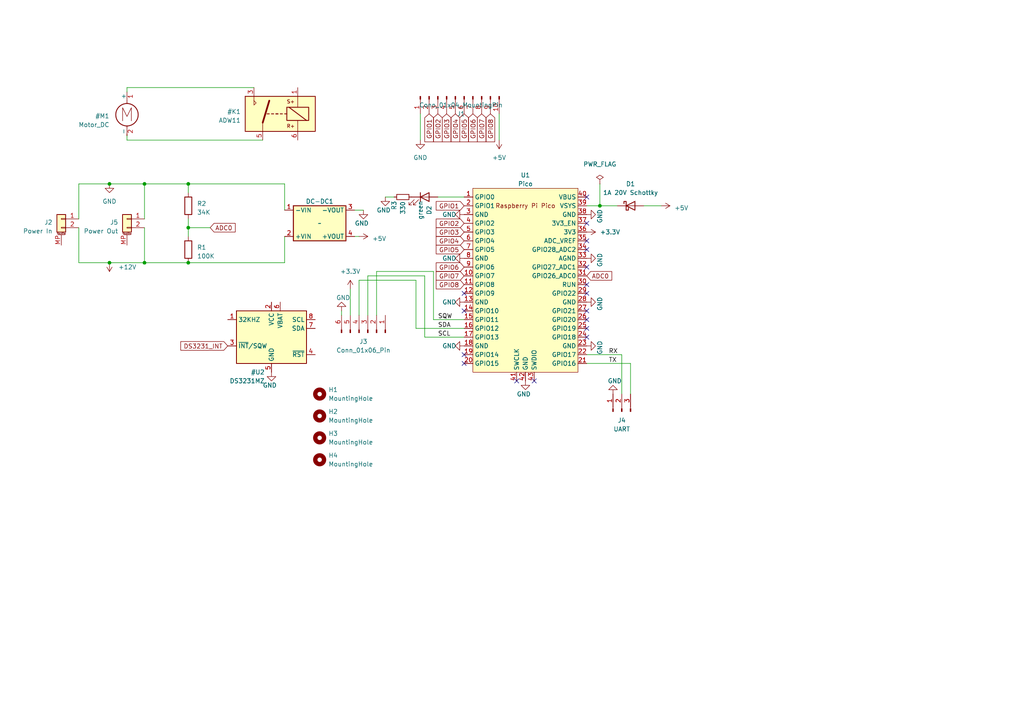
<source format=kicad_sch>
(kicad_sch (version 20230121) (generator eeschema)
  (paper "A4")
  (lib_symbols
    (symbol "Connector:Conn_01x03_Pin" (pin_names (offset 1.016) hide)
      (property "Reference" "J" (at 0 5.08 0))
      (property "Value" "Conn_01x03_Pin" (at 0 -5.08 0))
      (symbol "Conn_01x03_Pin_1_1"
        (polyline (pts (xy 1.27 -2.54) (xy 0.8636 -2.54)) (stroke (width 0.1524)))
        (polyline (pts (xy 1.27 0) (xy 0.8636 0)) (stroke (width 0.1524)))
        (polyline (pts (xy 1.27 2.54) (xy 0.8636 2.54)) (stroke (width 0.1524)))
        (rectangle (start 0.8636 -2.413) (end 0 -2.667) (stroke (width 0.1524)) (fill (type outline)))
        (rectangle (start 0.8636 0.127) (end 0 -0.127) (stroke (width 0.1524)) (fill (type outline)))
        (rectangle (start 0.8636 2.667) (end 0 2.413) (stroke (width 0.1524)) (fill (type outline)))
        (pin passive line (at 5.08 2.54 180) (length 3.81) (name "Pin_1") (number "1"))
        (pin passive line (at 5.08 0 180) (length 3.81) (name "Pin_2") (number "2"))
        (pin passive line (at 5.08 -2.54 180) (length 3.81) (name "Pin_3") (number "3"))
      )
    )
    (symbol "Connector:Conn_01x06_Pin" (pin_names (offset 1.016) hide)
      (property "Reference" "J" (at 0 7.62 0))
      (property "Value" "Conn_01x06_Pin" (at 0 -10.16 0))
      (symbol "Conn_01x06_Pin_1_1"
        (polyline (pts (xy 1.27 -7.62) (xy 0.8636 -7.62)) (stroke (width 0.1524)))
        (polyline (pts (xy 1.27 -5.08) (xy 0.8636 -5.08)) (stroke (width 0.1524)))
        (polyline (pts (xy 1.27 -2.54) (xy 0.8636 -2.54)) (stroke (width 0.1524)))
        (polyline (pts (xy 1.27 0) (xy 0.8636 0)) (stroke (width 0.1524)))
        (polyline (pts (xy 1.27 2.54) (xy 0.8636 2.54)) (stroke (width 0.1524)))
        (polyline (pts (xy 1.27 5.08) (xy 0.8636 5.08)) (stroke (width 0.1524)))
        (rectangle (start 0.8636 -7.493) (end 0 -7.747) (stroke (width 0.1524)) (fill (type outline)))
        (rectangle (start 0.8636 -4.953) (end 0 -5.207) (stroke (width 0.1524)) (fill (type outline)))
        (rectangle (start 0.8636 -2.413) (end 0 -2.667) (stroke (width 0.1524)) (fill (type outline)))
        (rectangle (start 0.8636 0.127) (end 0 -0.127) (stroke (width 0.1524)) (fill (type outline)))
        (rectangle (start 0.8636 2.667) (end 0 2.413) (stroke (width 0.1524)) (fill (type outline)))
        (rectangle (start 0.8636 5.207) (end 0 4.953) (stroke (width 0.1524)) (fill (type outline)))
        (pin passive line (at 5.08 5.08 180) (length 3.81) (name "Pin_1") (number "1") (alternate "" input line))
        (pin passive line (at 5.08 2.54 180) (length 3.81) (name "Pin_2") (number "2") (alternate "" input line))
        (pin passive line (at 5.08 0 180) (length 3.81) (name "Pin_3") (number "3") (alternate "" input line))
        (pin passive line (at 5.08 -2.54 180) (length 3.81) (name "Pin_4") (number "4") (alternate "" input line))
        (pin passive line (at 5.08 -5.08 180) (length 3.81) (name "Pin_5") (number "5") (alternate "" input line))
        (pin passive line (at 5.08 -7.62 180) (length 3.81) (name "Pin_6") (number "6") (alternate "" input line))
      )
    )
    (symbol "Connector:Conn_01x10_Pin" (pin_names (offset 1.016) hide)
      (property "Reference" "J" (at 0 12.7 0))
      (property "Value" "Conn_01x10_Pin" (at 0 -15.24 0))
      (symbol "Conn_01x10_Pin_1_1"
        (polyline (pts (xy 1.27 -12.7) (xy 0.8636 -12.7)) (stroke (width 0.1524)))
        (polyline (pts (xy 1.27 -10.16) (xy 0.8636 -10.16)) (stroke (width 0.1524)))
        (polyline (pts (xy 1.27 -7.62) (xy 0.8636 -7.62)) (stroke (width 0.1524)))
        (polyline (pts (xy 1.27 -5.08) (xy 0.8636 -5.08)) (stroke (width 0.1524)))
        (polyline (pts (xy 1.27 -2.54) (xy 0.8636 -2.54)) (stroke (width 0.1524)))
        (polyline (pts (xy 1.27 0) (xy 0.8636 0)) (stroke (width 0.1524)))
        (polyline (pts (xy 1.27 2.54) (xy 0.8636 2.54)) (stroke (width 0.1524)))
        (polyline (pts (xy 1.27 5.08) (xy 0.8636 5.08)) (stroke (width 0.1524)))
        (polyline (pts (xy 1.27 7.62) (xy 0.8636 7.62)) (stroke (width 0.1524)))
        (polyline (pts (xy 1.27 10.16) (xy 0.8636 10.16)) (stroke (width 0.1524)))
        (rectangle (start 0.8636 -12.573) (end 0 -12.827) (stroke (width 0.1524)) (fill (type outline)))
        (rectangle (start 0.8636 -10.033) (end 0 -10.287) (stroke (width 0.1524)) (fill (type outline)))
        (rectangle (start 0.8636 -7.493) (end 0 -7.747) (stroke (width 0.1524)) (fill (type outline)))
        (rectangle (start 0.8636 -4.953) (end 0 -5.207) (stroke (width 0.1524)) (fill (type outline)))
        (rectangle (start 0.8636 -2.413) (end 0 -2.667) (stroke (width 0.1524)) (fill (type outline)))
        (rectangle (start 0.8636 0.127) (end 0 -0.127) (stroke (width 0.1524)) (fill (type outline)))
        (rectangle (start 0.8636 2.667) (end 0 2.413) (stroke (width 0.1524)) (fill (type outline)))
        (rectangle (start 0.8636 5.207) (end 0 4.953) (stroke (width 0.1524)) (fill (type outline)))
        (rectangle (start 0.8636 7.747) (end 0 7.493) (stroke (width 0.1524)) (fill (type outline)))
        (rectangle (start 0.8636 10.287) (end 0 10.033) (stroke (width 0.1524)) (fill (type outline)))
        (pin passive line (at 5.08 10.16 180) (length 3.81) (name "Pin_1") (number "1"))
        (pin passive line (at 5.08 -12.7 180) (length 3.81) (name "Pin_10") (number "10"))
        (pin passive line (at 5.08 7.62 180) (length 3.81) (name "Pin_2") (number "2"))
        (pin passive line (at 5.08 5.08 180) (length 3.81) (name "Pin_3") (number "3"))
        (pin passive line (at 5.08 2.54 180) (length 3.81) (name "Pin_4") (number "4"))
        (pin passive line (at 5.08 0 180) (length 3.81) (name "Pin_5") (number "5"))
        (pin passive line (at 5.08 -2.54 180) (length 3.81) (name "Pin_6") (number "6"))
        (pin passive line (at 5.08 -5.08 180) (length 3.81) (name "Pin_7") (number "7"))
        (pin passive line (at 5.08 -7.62 180) (length 3.81) (name "Pin_8") (number "8"))
        (pin passive line (at 5.08 -10.16 180) (length 3.81) (name "Pin_9") (number "9"))
      )
    )
    (symbol "Connector_Generic_MountingPin:Conn_01x02_MountingPin" (pin_names (offset 1.016) hide)
      (property "Reference" "J" (at 0 2.54 0))
      (property "Value" "Conn_01x02_MountingPin" (at 1.27 -5.08 0))
      (symbol "Conn_01x02_MountingPin_1_1"
        (rectangle (start -1.27 -2.413) (end 0 -2.667) (stroke (width 0.1524)))
        (rectangle (start -1.27 0.127) (end 0 -0.127) (stroke (width 0.1524)))
        (rectangle (start -1.27 1.27) (end 1.27 -3.81) (stroke (width 0.254)) (fill (type background)))
        (polyline (pts (xy -1.016 -4.572) (xy 1.016 -4.572)) (stroke (width 0.1524)))
        (text "Mounting" (at 0 -4.191 0) (effects (font (size 0.381 0.381))))
        (pin passive line (at -5.08 0 0) (length 3.81) (name "Pin_1") (number "1"))
        (pin passive line (at -5.08 -2.54 0) (length 3.81) (name "Pin_2") (number "2"))
        (pin passive line (at 0 -7.62 90) (length 3.048) (name "MountPin") (number "MP"))
      )
    )
    (symbol "Device:D_Schottky" (pin_numbers hide) (pin_names (offset 1.016) hide)
      (property "Reference" "D" (at 0 2.54 0))
      (property "Value" "D_Schottky" (at 0 -2.54 0))
      (symbol "D_Schottky_0_1"
        (polyline (pts (xy 1.27 0) (xy -1.27 0)))
        (polyline (pts (xy 1.27 1.27) (xy 1.27 -1.27) (xy -1.27 0) (xy 1.27 1.27)) (stroke (width 0.254)))
        (polyline (pts (xy -1.905 0.635) (xy -1.905 1.27) (xy -1.27 1.27) (xy -1.27 -1.27) (xy -0.635 -1.27) (xy -0.635 -0.635)) (stroke (width 0.254)))
      )
      (symbol "D_Schottky_1_1"
        (pin passive line (at -3.81 0 0) (length 2.54) (name "K") (number "1"))
        (pin passive line (at 3.81 0 180) (length 2.54) (name "A") (number "2"))
      )
    )
    (symbol "Device:LED" (pin_numbers hide) (pin_names (offset 1.016) hide)
      (property "Reference" "D" (at 0 2.54 0))
      (property "Value" "LED" (at 0 -2.54 0))
      (symbol "LED_0_1"
        (polyline (pts (xy -1.27 -1.27) (xy -1.27 1.27)) (stroke (width 0.254)))
        (polyline (pts (xy -1.27 0) (xy 1.27 0)))
        (polyline (pts (xy 1.27 -1.27) (xy 1.27 1.27) (xy -1.27 0) (xy 1.27 -1.27)) (stroke (width 0.254)))
        (polyline (pts (xy -3.048 -0.762) (xy -4.572 -2.286) (xy -3.81 -2.286) (xy -4.572 -2.286) (xy -4.572 -1.524)))
        (polyline (pts (xy -1.778 -0.762) (xy -3.302 -2.286) (xy -2.54 -2.286) (xy -3.302 -2.286) (xy -3.302 -1.524)))
      )
      (symbol "LED_1_1"
        (pin passive line (at -3.81 0 0) (length 2.54) (name "K") (number "1"))
        (pin passive line (at 3.81 0 180) (length 2.54) (name "A") (number "2"))
      )
    )
    (symbol "Device:R" (pin_numbers hide) (pin_names (offset 0))
      (property "Reference" "R" (at 2.032 0 90))
      (property "Value" "R" (at 0 0 90))
      (symbol "R_0_1"
        (rectangle (start -1.016 -2.54) (end 1.016 2.54) (stroke (width 0.254)))
      )
      (symbol "R_1_1"
        (pin passive line (at 0 3.81 270) (length 1.27) (name "~") (number "1"))
        (pin passive line (at 0 -3.81 90) (length 1.27) (name "~") (number "2"))
      )
    )
    (symbol "Device:R_Small" (pin_numbers hide) (pin_names (offset 0.254) hide)
      (property "Reference" "R" (at 0.762 0.508 0))
      (property "Value" "R_Small" (at 0.762 -1.016 0))
      (symbol "R_Small_0_1"
        (rectangle (start -0.762 1.778) (end 0.762 -1.778) (stroke (width 0.2032)))
      )
      (symbol "R_Small_1_1"
        (pin passive line (at 0 2.54 270) (length 0.762) (name "~") (number "1"))
        (pin passive line (at 0 -2.54 90) (length 0.762) (name "~") (number "2"))
      )
    )
    (symbol "Lunasys_Library:DC-DC_converter_MP1584EN_module"
      (property "Reference" "DC-DC" (at 0 0 0))
      (symbol "DC-DC_converter_MP1584EN_module_1_1"
        (rectangle (start -7.62 5.08) (end 7.62 -5.08) (stroke (width 0.3)) (fill (type background)))
        (pin input line (at -10.16 3.81 0) (length 2.54) (name "-VIN") (number "1"))
        (pin input line (at -10.16 -3.81 0) (length 2.54) (name "+VIN") (number "2"))
        (pin output line (at 10.16 3.81 180) (length 2.54) (name "-VOUT") (number "3"))
        (pin output line (at 10.16 -3.81 180) (length 2.54) (name "+VOUT") (number "4"))
      )
    )
    (symbol "Mechanical:MountingHole" (pin_names (offset 1.016))
      (property "Reference" "H" (at 0 5.08 0))
      (property "Value" "MountingHole" (at 0 3.175 0))
      (symbol "MountingHole_0_1"
        (circle (center 0 0) (radius 1.27) (stroke (width 1.27)))
      )
    )
    (symbol "Motor:Motor_DC" (pin_names (offset 0))
      (property "Reference" "M" (at 2.54 2.54 0))
      (property "Value" "Motor_DC" (at 2.54 -5.08 0))
      (symbol "Motor_DC_0_0"
        (polyline (pts (xy -1.27 -3.302) (xy -1.27 0.508) (xy 0 -2.032) (xy 1.27 0.508) (xy 1.27 -3.302)))
      )
      (symbol "Motor_DC_0_1"
        (circle (center 0 -1.524) (radius 3.2512) (stroke (width 0.254)))
        (polyline (pts (xy 0 -7.62) (xy 0 -7.112)))
        (polyline (pts (xy 0 -4.7752) (xy 0 -5.1816)))
        (polyline (pts (xy 0 1.7272) (xy 0 2.0828)))
        (polyline (pts (xy 0 2.032) (xy 0 2.54)))
      )
      (symbol "Motor_DC_1_1"
        (pin passive line (at 0 5.08 270) (length 2.54) (name "+") (number "1"))
        (pin passive line (at 0 -7.62 90) (length 2.54) (name "-") (number "2"))
      )
    )
    (symbol "Relay:ADW11"
      (property "Reference" "K" (at 11.43 3.81 0))
      (property "Value" "ADW11" (at 13.97 1.27 0))
      (symbol "ADW11_1_1"
        (rectangle (start -10.16 5.08) (end 10.16 -5.08) (stroke (width 0.254)) (fill (type background)))
        (rectangle (start -8.255 1.905) (end -1.905 -1.905) (stroke (width 0.254)))
        (polyline (pts (xy -7.62 -1.905) (xy -2.54 1.905)) (stroke (width 0.254)))
        (polyline (pts (xy -5.08 -5.08) (xy -5.08 -1.905)))
        (polyline (pts (xy -5.08 5.08) (xy -5.08 1.905)))
        (polyline (pts (xy -1.905 0) (xy -1.27 0)) (stroke (width 0.254)))
        (polyline (pts (xy -0.635 0) (xy 0 0)) (stroke (width 0.254)))
        (polyline (pts (xy 0.635 0) (xy 1.27 0)) (stroke (width 0.254)))
        (polyline (pts (xy 0.635 0) (xy 1.27 0)) (stroke (width 0.254)))
        (polyline (pts (xy 1.905 0) (xy 2.54 0)) (stroke (width 0.254)))
        (polyline (pts (xy 3.175 0) (xy 3.81 0)) (stroke (width 0.254)))
        (polyline (pts (xy 5.08 -2.54) (xy 3.175 3.81)) (stroke (width 0.508)))
        (polyline (pts (xy 5.08 -2.54) (xy 5.08 -5.08)))
        (polyline (pts (xy 7.62 3.81) (xy 7.62 5.08)))
        (polyline (pts (xy 7.62 3.81) (xy 7.62 2.54) (xy 6.985 3.175) (xy 7.62 3.81)))
        (text "R+" (at -3.048 -3.556 0) (effects (font (size 1.016 1.016))))
        (text "S+" (at -3.048 3.556 0) (effects (font (size 1.016 1.016))))
        (pin passive line (at -5.08 7.62 270) (length 2.54) (name "~") (number "1"))
        (pin passive line (at 7.62 7.62 270) (length 2.54) (name "~") (number "3"))
        (pin passive line (at 5.08 -7.62 90) (length 2.54) (name "~") (number "5"))
        (pin passive line (at -5.08 -7.62 90) (length 2.54) (name "~") (number "6"))
      )
    )
    (symbol "Timer_RTC:DS3231MZ"
      (property "Reference" "U" (at -7.62 8.89 0))
      (property "Value" "DS3231MZ" (at 11.43 8.89 0))
      (symbol "DS3231MZ_0_1"
        (rectangle (start -10.16 7.62) (end 10.16 -7.62) (stroke (width 0.254)) (fill (type background)))
      )
      (symbol "DS3231MZ_1_1"
        (pin open_collector line (at 12.7 5.08 180) (length 2.54) (name "32KHZ") (number "1"))
        (pin power_in line (at 0 10.16 270) (length 2.54) (name "VCC") (number "2"))
        (pin open_collector line (at 12.7 -2.54 180) (length 2.54) (name "~{INT}/SQW") (number "3"))
        (pin bidirectional line (at -12.7 -5.08 0) (length 2.54) (name "~{RST}") (number "4"))
        (pin power_in line (at 0 -10.16 90) (length 2.54) (name "GND") (number "5"))
        (pin power_in line (at -2.54 10.16 270) (length 2.54) (name "VBAT") (number "6"))
        (pin bidirectional line (at -12.7 2.54 0) (length 2.54) (name "SDA") (number "7"))
        (pin input line (at -12.7 5.08 0) (length 2.54) (name "SCL") (number "8"))
      )
    )
    (symbol "picogus_library:Pico"
      (property "Reference" "U" (at -13.97 27.94 0))
      (property "Value" "Pico" (at 0 19.05 0))
      (symbol "Pico_0_0"
        (text "Raspberry Pi Pico" (at 0 21.59 0) (effects (font (size 1.27 1.27))))
      )
      (symbol "Pico_0_1"
        (rectangle (start -15.24 26.67) (end 15.24 -26.67) (fill (type background)))
      )
      (symbol "Pico_1_1"
        (pin bidirectional line (at -17.78 24.13 0) (length 2.54) (name "GPIO0") (number "1"))
        (pin bidirectional line (at -17.78 1.27 0) (length 2.54) (name "GPIO7") (number "10"))
        (pin bidirectional line (at -17.78 -1.27 0) (length 2.54) (name "GPIO8") (number "11"))
        (pin bidirectional line (at -17.78 -3.81 0) (length 2.54) (name "GPIO9") (number "12"))
        (pin power_in line (at -17.78 -6.35 0) (length 2.54) (name "GND") (number "13"))
        (pin bidirectional line (at -17.78 -8.89 0) (length 2.54) (name "GPIO10") (number "14"))
        (pin bidirectional line (at -17.78 -11.43 0) (length 2.54) (name "GPIO11") (number "15"))
        (pin bidirectional line (at -17.78 -13.97 0) (length 2.54) (name "GPIO12") (number "16"))
        (pin bidirectional line (at -17.78 -16.51 0) (length 2.54) (name "GPIO13") (number "17"))
        (pin power_in line (at -17.78 -19.05 0) (length 2.54) (name "GND") (number "18"))
        (pin bidirectional line (at -17.78 -21.59 0) (length 2.54) (name "GPIO14") (number "19"))
        (pin bidirectional line (at -17.78 21.59 0) (length 2.54) (name "GPIO1") (number "2"))
        (pin bidirectional line (at -17.78 -24.13 0) (length 2.54) (name "GPIO15") (number "20"))
        (pin bidirectional line (at 17.78 -24.13 180) (length 2.54) (name "GPIO16") (number "21"))
        (pin bidirectional line (at 17.78 -21.59 180) (length 2.54) (name "GPIO17") (number "22"))
        (pin power_in line (at 17.78 -19.05 180) (length 2.54) (name "GND") (number "23"))
        (pin bidirectional line (at 17.78 -16.51 180) (length 2.54) (name "GPIO18") (number "24"))
        (pin bidirectional line (at 17.78 -13.97 180) (length 2.54) (name "GPIO19") (number "25"))
        (pin bidirectional line (at 17.78 -11.43 180) (length 2.54) (name "GPIO20") (number "26"))
        (pin bidirectional line (at 17.78 -8.89 180) (length 2.54) (name "GPIO21") (number "27"))
        (pin power_in line (at 17.78 -6.35 180) (length 2.54) (name "GND") (number "28"))
        (pin bidirectional line (at 17.78 -3.81 180) (length 2.54) (name "GPIO22") (number "29"))
        (pin power_in line (at -17.78 19.05 0) (length 2.54) (name "GND") (number "3"))
        (pin input line (at 17.78 -1.27 180) (length 2.54) (name "RUN") (number "30"))
        (pin bidirectional line (at 17.78 1.27 180) (length 2.54) (name "GPIO26_ADC0") (number "31"))
        (pin bidirectional line (at 17.78 3.81 180) (length 2.54) (name "GPIO27_ADC1") (number "32"))
        (pin power_in line (at 17.78 6.35 180) (length 2.54) (name "AGND") (number "33"))
        (pin bidirectional line (at 17.78 8.89 180) (length 2.54) (name "GPIO28_ADC2") (number "34"))
        (pin power_in line (at 17.78 11.43 180) (length 2.54) (name "ADC_VREF") (number "35"))
        (pin power_in line (at 17.78 13.97 180) (length 2.54) (name "3V3") (number "36"))
        (pin input line (at 17.78 16.51 180) (length 2.54) (name "3V3_EN") (number "37"))
        (pin bidirectional line (at 17.78 19.05 180) (length 2.54) (name "GND") (number "38"))
        (pin power_in line (at 17.78 21.59 180) (length 2.54) (name "VSYS") (number "39"))
        (pin bidirectional line (at -17.78 16.51 0) (length 2.54) (name "GPIO2") (number "4"))
        (pin power_in line (at 17.78 24.13 180) (length 2.54) (name "VBUS") (number "40"))
        (pin input line (at -2.54 -29.21 90) (length 2.54) (name "SWCLK") (number "41"))
        (pin power_in line (at 0 -29.21 90) (length 2.54) (name "GND") (number "42"))
        (pin bidirectional line (at 2.54 -29.21 90) (length 2.54) (name "SWDIO") (number "43"))
        (pin bidirectional line (at -17.78 13.97 0) (length 2.54) (name "GPIO3") (number "5"))
        (pin bidirectional line (at -17.78 11.43 0) (length 2.54) (name "GPIO4") (number "6"))
        (pin bidirectional line (at -17.78 8.89 0) (length 2.54) (name "GPIO5") (number "7"))
        (pin power_in line (at -17.78 6.35 0) (length 2.54) (name "GND") (number "8"))
        (pin bidirectional line (at -17.78 3.81 0) (length 2.54) (name "GPIO6") (number "9"))
      )
    )
    (symbol "power:+12V" (power) (pin_names (offset 0))
      (property "Value" "+12V" (at 0 3.556 0))
      (symbol "+12V_0_1"
        (polyline (pts (xy -0.762 1.27) (xy 0 2.54)))
        (polyline (pts (xy 0 0) (xy 0 2.54)))
        (polyline (pts (xy 0 2.54) (xy 0.762 1.27)))
      )
      (symbol "+12V_1_1"
        (pin power_in line (at 0 0 90) (length 0) hide (name "+12V") (number "1"))
      )
    )
    (symbol "power:+3.3V" (power) (pin_names (offset 0))
      (property "Value" "+3.3V" (at 0 3.556 0))
      (symbol "+3.3V_0_1"
        (polyline (pts (xy -0.762 1.27) (xy 0 2.54)))
        (polyline (pts (xy 0 0) (xy 0 2.54)))
        (polyline (pts (xy 0 2.54) (xy 0.762 1.27)))
      )
      (symbol "+3.3V_1_1"
        (pin power_in line (at 0 0 90) (length 0) hide (name "+3.3V") (number "1"))
      )
    )
    (symbol "power:+5V" (power) (pin_names (offset 0))
      (property "Value" "+5V" (at 0 3.556 0))
      (symbol "+5V_0_1"
        (polyline (pts (xy -0.762 1.27) (xy 0 2.54)))
        (polyline (pts (xy 0 0) (xy 0 2.54)))
        (polyline (pts (xy 0 2.54) (xy 0.762 1.27)))
      )
      (symbol "+5V_1_1"
        (pin power_in line (at 0 0 90) (length 0) hide (name "+5V") (number "1"))
      )
    )
    (symbol "power:GND" (power) (pin_names (offset 0))
      (property "Value" "GND" (at 0 -3.81 0))
      (symbol "GND_0_1"
        (polyline (pts (xy 0 0) (xy 0 -1.27) (xy 1.27 -1.27) (xy 0 -2.54) (xy -1.27 -1.27) (xy 0 -1.27)))
      )
      (symbol "GND_1_1"
        (pin power_in line (at 0 0 270) (length 0) hide (name "GND") (number "1"))
      )
    )
    (symbol "power:PWR_FLAG" (power) (pin_numbers hide) (pin_names (offset 0) hide)
      (property "Value" "PWR_FLAG" (at 0 3.81 0))
      (symbol "PWR_FLAG_0_0"
        (pin power_out line (at 0 0 90) (length 0) (name "pwr") (number "1"))
      )
      (symbol "PWR_FLAG_0_1"
        (polyline (pts (xy 0 0) (xy 0 1.27) (xy -1.016 1.905) (xy 0 2.54) (xy 1.016 1.905) (xy 0 1.27)))
      )
    )
  )
  (junction (at 31.75 76.2))
  (junction (at 41.91 53.34))
  (junction (at 173.99 59.69))
  (junction (at 54.61 66.04))
  (junction (at 31.75 53.34))
  (junction (at 41.91 76.2))
  (junction (at 54.61 53.34))
  (junction (at 54.61 76.2))
  (no_connect (at 170.18 77.47))
  (no_connect (at 170.18 69.85))
  (no_connect (at 170.18 90.17))
  (no_connect (at 170.18 82.55))
  (no_connect (at 134.62 105.41))
  (no_connect (at 170.18 97.79))
  (no_connect (at 170.18 85.09))
  (no_connect (at 170.18 92.71))
  (no_connect (at 134.62 90.17))
  (no_connect (at 170.18 64.77))
  (no_connect (at 170.18 95.25))
  (no_connect (at 134.62 85.09))
  (no_connect (at 149.86 110.49))
  (no_connect (at 134.62 102.87))
  (no_connect (at 170.18 72.39))
  (no_connect (at 170.18 57.15))
  (no_connect (at 154.94 110.49))
  (wire (pts (xy 31.75 53.34) (xy 41.91 53.34)))
  (wire (pts (xy 120.65 81.28) (xy 120.65 95.25)))
  (wire (pts (xy 109.22 78.74) (xy 125.73 78.74)))
  (wire (pts (xy 170.18 105.41) (xy 182.88 105.41)))
  (wire (pts (xy 54.61 76.2) (xy 82.55 76.2)))
  (wire (pts (xy 173.99 59.69) (xy 179.07 59.69)))
  (wire (pts (xy 104.14 81.28) (xy 120.65 81.28)))
  (wire (pts (xy 41.91 53.34) (xy 54.61 53.34)))
  (wire (pts (xy 186.69 59.69) (xy 191.77 59.69)))
  (wire (pts (xy 31.75 76.2) (xy 41.91 76.2)))
  (wire (pts (xy 22.86 53.34) (xy 31.75 53.34)))
  (wire (pts (xy 22.86 76.2) (xy 31.75 76.2)))
  (wire (pts (xy 182.88 105.41) (xy 182.88 114.3)))
  (wire (pts (xy 170.18 59.69) (xy 173.99 59.69)))
  (wire (pts (xy 99.06 90.17) (xy 99.06 91.44)))
  (wire (pts (xy 54.61 53.34) (xy 82.55 53.34)))
  (wire (pts (xy 54.61 63.5) (xy 54.61 66.04)))
  (wire (pts (xy 101.6 83.82) (xy 101.6 91.44)))
  (wire (pts (xy 170.18 102.87) (xy 180.34 102.87)))
  (wire (pts (xy 22.86 63.5) (xy 22.86 53.34)))
  (wire (pts (xy 36.83 25.4) (xy 36.83 26.67)))
  (wire (pts (xy 36.83 39.37) (xy 36.83 40.64)))
  (wire (pts (xy 180.34 102.87) (xy 180.34 114.3)))
  (wire (pts (xy 111.76 57.15) (xy 114.3 57.15)))
  (wire (pts (xy 173.99 53.34) (xy 173.99 59.69)))
  (wire (pts (xy 123.19 80.01) (xy 123.19 97.79)))
  (wire (pts (xy 104.14 81.28) (xy 104.14 91.44)))
  (wire (pts (xy 82.55 76.2) (xy 82.55 68.58)))
  (wire (pts (xy 104.14 68.58) (xy 102.87 68.58)))
  (wire (pts (xy 41.91 53.34) (xy 41.91 63.5)))
  (wire (pts (xy 105.41 60.96) (xy 102.87 60.96)))
  (wire (pts (xy 36.83 40.64) (xy 76.2 40.64)))
  (wire (pts (xy 125.73 78.74) (xy 125.73 92.71)))
  (wire (pts (xy 106.68 80.01) (xy 123.19 80.01)))
  (wire (pts (xy 127 57.15) (xy 134.62 57.15)))
  (wire (pts (xy 106.68 80.01) (xy 106.68 91.44)))
  (wire (pts (xy 54.61 66.04) (xy 60.96 66.04)))
  (wire (pts (xy 73.66 25.4) (xy 36.83 25.4)))
  (wire (pts (xy 22.86 66.04) (xy 22.86 76.2)))
  (wire (pts (xy 125.73 92.71) (xy 134.62 92.71)))
  (wire (pts (xy 121.92 33.02) (xy 121.92 40.64)))
  (wire (pts (xy 109.22 78.74) (xy 109.22 91.44)))
  (wire (pts (xy 41.91 66.04) (xy 41.91 76.2)))
  (wire (pts (xy 54.61 53.34) (xy 54.61 55.88)))
  (wire (pts (xy 82.55 53.34) (xy 82.55 60.96)))
  (wire (pts (xy 41.91 76.2) (xy 54.61 76.2)))
  (wire (pts (xy 144.78 40.64) (xy 144.78 33.02)))
  (wire (pts (xy 120.65 95.25) (xy 134.62 95.25)))
  (wire (pts (xy 123.19 97.79) (xy 134.62 97.79)))
  (wire (pts (xy 54.61 66.04) (xy 54.61 68.58)))
  (label "RX" (at 176.53 102.87 0))
  (label "SQW" (at 127 92.71 0))
  (label "TX" (at 176.53 105.41 0))
  (label "SCL" (at 127 97.79 0))
  (label "SDA" (at 127 95.25 0))
  (global_label "GPIO1" (shape input) (at 124.46 33.02 270) (property "Intersheetrefs" "${INTERSHEET_REFS}" (effects hide)))
  (global_label "GPIO4" (shape input) (at 132.08 33.02 270) (property "Intersheetrefs" "${INTERSHEET_REFS}" (effects hide)))
  (global_label "GPIO8" (shape input) (at 134.62 82.55 180) (property "Intersheetrefs" "${INTERSHEET_REFS}" (effects hide)))
  (global_label "GPIO6" (shape input) (at 137.16 33.02 270) (property "Intersheetrefs" "${INTERSHEET_REFS}" (effects hide)))
  (global_label "ADC0" (shape input) (at 60.96 66.04 0) (property "Intersheetrefs" "${INTERSHEET_REFS}" (effects hide)))
  (global_label "ADC0" (shape input) (at 170.18 80.01 0) (property "Intersheetrefs" "${INTERSHEET_REFS}" (effects hide)))
  (global_label "GPIO7" (shape input) (at 139.7 33.02 270) (property "Intersheetrefs" "${INTERSHEET_REFS}" (effects hide)))
  (global_label "GPIO1" (shape input) (at 134.62 59.69 180) (property "Intersheetrefs" "${INTERSHEET_REFS}" (effects hide)))
  (global_label "GPIO8" (shape input) (at 142.24 33.02 270) (property "Intersheetrefs" "${INTERSHEET_REFS}" (effects hide)))
  (global_label "GPIO2" (shape input) (at 127 33.02 270) (property "Intersheetrefs" "${INTERSHEET_REFS}" (effects hide)))
  (global_label "GPIO2" (shape input) (at 134.62 64.77 180) (property "Intersheetrefs" "${INTERSHEET_REFS}" (effects hide)))
  (global_label "GPIO4" (shape input) (at 134.62 69.85 180) (property "Intersheetrefs" "${INTERSHEET_REFS}" (effects hide)))
  (global_label "DS3231_INT" (shape input) (at 66.04 100.33 180) (property "Intersheetrefs" "${INTERSHEET_REFS}" (effects hide)))
  (global_label "GPIO3" (shape input) (at 129.54 33.02 270) (property "Intersheetrefs" "${INTERSHEET_REFS}" (effects hide)))
  (global_label "GPIO3" (shape input) (at 134.62 67.31 180) (property "Intersheetrefs" "${INTERSHEET_REFS}" (effects hide)))
  (global_label "GPIO7" (shape input) (at 134.62 80.01 180) (property "Intersheetrefs" "${INTERSHEET_REFS}" (effects hide)))
  (global_label "GPIO5" (shape input) (at 134.62 72.39 180) (property "Intersheetrefs" "${INTERSHEET_REFS}" (effects hide)))
  (global_label "GPIO5" (shape input) (at 134.62 33.02 270) (property "Intersheetrefs" "${INTERSHEET_REFS}" (effects hide)))
  (global_label "GPIO6" (shape input) (at 134.62 77.47 180) (property "Intersheetrefs" "${INTERSHEET_REFS}" (effects hide)))
  (symbol (lib_id "power:GND") (at 177.8 114.3 180) (unit 1)
    (property "Reference" "#PWR010" (effects hide))
    (property "Value" "GND" (at 180.34 110.49 0) (effects (justify left)))
  )
  (symbol (lib_id "Timer_RTC:DS3231MZ") (at 78.74 97.79 0) (mirror y) (unit 1)
    (property "Reference" "#U2" (at 76.7841 107.95 0) (effects (justify left)))
    (property "Value" "DS3231MZ" (at 76.7841 110.49 0) (effects (justify left)))
    (property "Footprint" "Package_SO:SOIC-8_3.9x4.9mm_P1.27mm" (effects hide))
    (property "Datasheet" "http://datasheets.maximintegrated.com/en/ds/DS3231M.pdf" (effects hide))
  )
  (symbol (lib_id "Connector:Conn_01x03_Pin") (at 180.34 119.38 90) (unit 1)
    (property "Reference" "J4" (at 180.34 121.92 90))
    (property "Value" "UART" (at 180.34 124.46 90))
    (property "Footprint" "Connector_PinHeader_2.54mm:PinHeader_1x03_P2.54mm_Vertical" (effects hide))
  )
  (symbol (lib_id "power:GND") (at 105.41 60.96 0) (unit 1)
    (property "Reference" "#PWR08" (effects hide))
    (property "Value" "GND" (at 102.87 64.77 0) (effects (justify left)))
  )
  (symbol (lib_id "picogus_library:Pico") (at 152.4 81.28 0) (unit 1)
    (property "Reference" "U1" (at 152.4 50.8 0))
    (property "Value" "Pico" (at 152.4 53.34 0))
    (property "Footprint" "picogus_library:RPi_Pico_SMD_TH" (effects hide))
  )
  (symbol (lib_id "power:GND") (at 170.18 74.93 90) (unit 1)
    (property "Reference" "#PWR016" (effects hide))
    (property "Value" "GND" (at 173.99 77.47 0) (effects (justify left)))
  )
  (symbol (lib_id "power:+5V") (at 104.14 68.58 270) (unit 1)
    (property "Reference" "#PWR02" (effects hide))
    (property "Value" "+5V" (at 107.95 69.215 90) (effects (justify left)))
  )
  (symbol (lib_id "Connector_Generic_MountingPin:Conn_01x02_MountingPin") (at 17.78 63.5 0) (mirror y) (unit 1)
    (property "Reference" "J2" (at 15.24 64.4906 0) (effects (justify left)))
    (property "Value" "Power In" (at 15.24 67.0306 0) (effects (justify left)))
    (property "Footprint" "Connector_PinHeader_2.54mm:PinHeader_1x02_P2.54mm_Vertical" (effects hide))
  )
  (symbol (lib_id "Device:R_Small") (at 116.84 57.15 270) (unit 1)
    (property "Reference" "R3" (at 114.3 60.96 0) (effects (justify right)))
    (property "Value" "330" (at 116.84 62.23 0) (effects (justify right)))
    (property "Footprint" "Resistor_SMD:R_1206_3216Metric_Pad1.30x1.75mm_HandSolder" (effects hide))
  )
  (symbol (lib_id "power:GND") (at 99.06 90.17 180) (unit 1)
    (property "Reference" "#PWR011" (effects hide))
    (property "Value" "GND" (at 101.6 86.36 0) (effects (justify left)))
  )
  (symbol (lib_id "power:GND") (at 134.62 74.93 270) (unit 1)
    (property "Reference" "#PWR019" (effects hide))
    (property "Value" "GND" (at 128.27 74.93 90) (effects (justify left)))
  )
  (symbol (lib_id "Device:R") (at 54.61 59.69 0) (unit 1)
    (property "Reference" "R2" (at 57.15 59.055 0) (effects (justify left)))
    (property "Value" "34K" (at 57.15 61.595 0) (effects (justify left)))
    (property "Footprint" "Resistor_THT:R_Axial_DIN0204_L3.6mm_D1.6mm_P5.08mm_Horizontal" (effects hide))
  )
  (symbol (lib_id "Mechanical:MountingHole") (at 92.71 133.35 0) (unit 1)
    (property "Reference" "H4" (at 95.25 132.08 0) (effects (justify left)))
    (property "Value" "MountingHole" (at 95.25 134.62 0) (effects (justify left)))
    (property "Footprint" "MountingHole:MountingHole_2.5mm" (effects hide))
  )
  (symbol (lib_id "Connector_Generic_MountingPin:Conn_01x02_MountingPin") (at 36.83 63.5 0) (mirror y) (unit 1)
    (property "Reference" "J5" (at 34.29 64.4906 0) (effects (justify left)))
    (property "Value" "Power Out" (at 34.29 67.0306 0) (effects (justify left)))
    (property "Footprint" "Connector_PinHeader_2.54mm:PinHeader_1x02_P2.54mm_Vertical" (effects hide))
  )
  (symbol (lib_id "power:+5V") (at 191.77 59.69 270) (unit 1)
    (property "Reference" "#PWR06" (effects hide))
    (property "Value" "+5V" (at 195.58 60.325 90) (effects (justify left)))
  )
  (symbol (lib_id "Device:LED") (at 123.19 57.15 0) (unit 1)
    (property "Reference" "D2" (at 124.46 60.96 90))
    (property "Value" "green" (at 121.92 60.96 90))
    (property "Footprint" "LED_THT:LED_D3.0mm" (effects hide))
  )
  (symbol (lib_id "power:GND") (at 134.62 100.33 270) (unit 1)
    (property "Reference" "#PWR013" (effects hide))
    (property "Value" "GND" (at 128.27 100.33 90) (effects (justify left)))
  )
  (symbol (lib_id "power:+3.3V") (at 170.18 67.31 270) (unit 1)
    (property "Reference" "#PWR022" (effects hide))
    (property "Value" "+3.3V" (at 173.99 67.31 90) (effects (justify left)))
  )
  (symbol (lib_id "power:GND") (at 111.76 57.15 0) (unit 1)
    (property "Reference" "#PWR07" (effects hide))
    (property "Value" "GND" (at 109.22 60.96 0) (effects (justify left)))
  )
  (symbol (lib_id "power:GND") (at 134.62 87.63 270) (unit 1)
    (property "Reference" "#PWR020" (effects hide))
    (property "Value" "GND" (at 128.27 87.63 90) (effects (justify left)))
  )
  (symbol (lib_id "Mechanical:MountingHole") (at 92.71 120.65 0) (unit 1)
    (property "Reference" "H2" (at 95.25 119.38 0) (effects (justify left)))
    (property "Value" "MountingHole" (at 95.25 121.92 0) (effects (justify left)))
    (property "Footprint" "MountingHole:MountingHole_2.5mm" (effects hide))
  )
  (symbol (lib_id "Mechanical:MountingHole") (at 92.71 127 0) (unit 1)
    (property "Reference" "H3" (at 95.25 125.73 0) (effects (justify left)))
    (property "Value" "MountingHole" (at 95.25 128.27 0) (effects (justify left)))
    (property "Footprint" "MountingHole:MountingHole_2.5mm" (effects hide))
  )
  (symbol (lib_id "Lunasys_Library:DC-DC_converter_MP1584EN_module") (at 92.71 64.77 0) (unit 1)
    (property "Reference" "DC-DC1" (at 92.71 58.42 0))
    (property "Value" "~" (at 92.71 64.77 0))
    (property "Footprint" "Lunasys_Library:MP1584EN DC-DC 3A Step-Down" (effects hide))
  )
  (symbol (lib_id "Motor:Motor_DC") (at 36.83 31.75 0) (unit 1)
    (property "Reference" "#M1" (at 31.75 33.655 0) (effects (justify right)))
    (property "Value" "Motor_DC" (at 31.75 36.195 0) (effects (justify right)))
  )
  (symbol (lib_id "Connector:Conn_01x06_Pin") (at 106.68 96.52 270) (mirror x) (unit 1)
    (property "Reference" "J3" (at 105.41 99.06 90))
    (property "Value" "Conn_01x06_Pin" (at 105.41 101.6 90))
    (property "Footprint" "Connector_PinSocket_2.54mm:PinSocket_1x06_P2.54mm_Horizontal" (effects hide))
    (pin "1" (alternate "6"))
    (pin "2" (alternate "5"))
    (pin "3" (alternate "4"))
    (pin "4" (alternate "3"))
    (pin "5" (alternate "2"))
    (pin "6" (alternate "1"))
  )
  (symbol (lib_id "power:GND") (at 170.18 100.33 90) (unit 1)
    (property "Reference" "#PWR014" (effects hide))
    (property "Value" "GND" (at 173.99 102.87 0) (effects (justify left)))
  )
  (symbol (lib_id "Device:R") (at 54.61 72.39 0) (unit 1)
    (property "Reference" "R1" (at 57.15 71.755 0) (effects (justify left)))
    (property "Value" "100K" (at 57.15 74.295 0) (effects (justify left)))
    (property "Footprint" "Resistor_THT:R_Axial_DIN0204_L3.6mm_D1.6mm_P5.08mm_Horizontal" (effects hide))
  )
  (symbol (lib_id "power:GND") (at 152.4 110.49 0) (unit 1)
    (property "Reference" "#PWR09" (effects hide))
    (property "Value" "GND" (at 149.86 114.3 0) (effects (justify left)))
  )
  (symbol (lib_id "power:+5V") (at 144.78 40.64 180) (unit 1)
    (property "Reference" "#PWR04" (effects hide))
    (property "Value" "+5V" (at 144.78 45.72 0))
  )
  (symbol (lib_id "power:PWR_FLAG") (at 173.99 53.34 0) (unit 1)
    (property "Reference" "#FLG01" (effects hide))
    (property "Value" "PWR_FLAG" (at 173.99 47.625 0))
  )
  (symbol (lib_id "Device:D_Schottky") (at 182.88 59.69 0) (unit 1)
    (property "Reference" "D1" (at 182.88 53.34 0))
    (property "Value" "1A 20V Schottky" (at 182.88 55.88 0))
    (property "Footprint" "Diode_SMD:D_SOD-123F" (effects hide))
  )
  (symbol (lib_id "power:GND") (at 170.18 87.63 90) (unit 1)
    (property "Reference" "#PWR015" (effects hide))
    (property "Value" "GND" (at 173.99 90.17 0) (effects (justify left)))
  )
  (symbol (lib_id "Connector:Conn_01x10_Pin") (at 132.08 27.94 90) (mirror x) (unit 1)
    (property "Reference" "J1" (at 133.7056 33.02 90))
    (property "Value" "Conn_01x04_MountingPin" (at 133.7056 30.48 90))
    (property "Footprint" "Connector_PinHeader_2.54mm:PinHeader_1x10_P2.54mm_Vertical" (effects hide))
  )
  (symbol (lib_id "power:GND") (at 31.75 53.34 0) (unit 1)
    (property "Reference" "#PWR03" (effects hide))
    (property "Value" "GND" (at 31.75 58.42 0))
  )
  (symbol (lib_id "power:GND") (at 121.92 40.64 0) (unit 1)
    (property "Reference" "#PWR05" (effects hide))
    (property "Value" "GND" (at 121.92 45.72 0))
  )
  (symbol (lib_id "power:GND") (at 78.74 107.95 0) (unit 1)
    (property "Reference" "#PWR012" (effects hide))
    (property "Value" "GND" (at 76.2 111.76 0) (effects (justify left)))
  )
  (symbol (lib_id "Relay:ADW11") (at 81.28 33.02 0) (mirror y) (unit 1)
    (property "Reference" "#K1" (at 69.85 32.385 0) (effects (justify left)))
    (property "Value" "ADW11" (at 69.85 34.925 0) (effects (justify left)))
    (property "Footprint" "Relay_THT:Relay_1P1T_NO_10x24x18.8mm_Panasonic_ADW11xxxxW_THT" (effects hide))
    (property "Datasheet" "https://www.panasonic-electric-works.com/pew/es/downloads/ds_dw_hl_en.pdf" (effects hide))
  )
  (symbol (lib_id "power:+12V") (at 31.75 76.2 180) (unit 1)
    (property "Reference" "#PWR01" (effects hide))
    (property "Value" "+12V" (at 34.29 77.47 0) (effects (justify right)))
  )
  (symbol (lib_id "power:+3.3V") (at 101.6 83.82 0) (unit 1)
    (property "Reference" "#PWR021" (effects hide))
    (property "Value" "+3.3V" (at 101.6 78.74 0))
  )
  (symbol (lib_id "power:GND") (at 134.62 62.23 270) (unit 1)
    (property "Reference" "#PWR018" (effects hide))
    (property "Value" "GND" (at 128.27 62.23 90) (effects (justify left)))
  )
  (symbol (lib_id "power:GND") (at 170.18 62.23 90) (unit 1)
    (property "Reference" "#PWR017" (effects hide))
    (property "Value" "GND" (at 173.99 64.77 0) (effects (justify left)))
  )
  (symbol (lib_id "Mechanical:MountingHole") (at 92.71 114.3 0) (unit 1)
    (property "Reference" "H1" (at 95.25 113.03 0) (effects (justify left)))
    (property "Value" "MountingHole" (at 95.25 115.57 0) (effects (justify left)))
    (property "Footprint" "MountingHole:MountingHole_2.5mm" (effects hide))
  )
)
</source>
